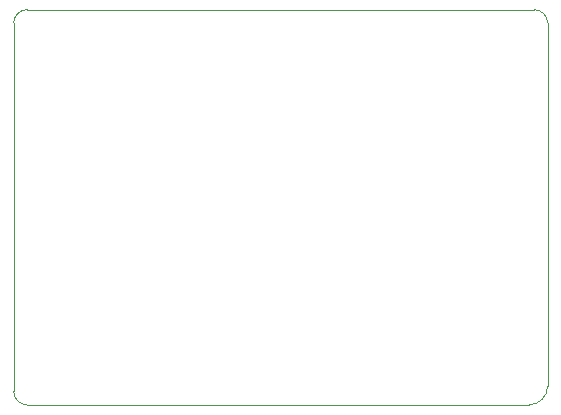
<source format=gbr>
%TF.GenerationSoftware,KiCad,Pcbnew,(5.1.6)-1*%
%TF.CreationDate,2020-08-27T20:14:34+02:00*%
%TF.ProjectId,ESP32_TFT_Board,45535033-325f-4544-9654-5f426f617264,rev?*%
%TF.SameCoordinates,Original*%
%TF.FileFunction,Profile,NP*%
%FSLAX46Y46*%
G04 Gerber Fmt 4.6, Leading zero omitted, Abs format (unit mm)*
G04 Created by KiCad (PCBNEW (5.1.6)-1) date 2020-08-27 20:14:34*
%MOMM*%
%LPD*%
G01*
G04 APERTURE LIST*
%TA.AperFunction,Profile*%
%ADD10C,0.050000*%
%TD*%
G04 APERTURE END LIST*
D10*
X131191000Y-57785000D02*
X88265000Y-57785000D01*
X87122000Y-58928000D02*
G75*
G02*
X88265000Y-57785000I1143000J0D01*
G01*
X131191000Y-57785000D02*
G75*
G02*
X132334000Y-58928000I0J-1143000D01*
G01*
X132334205Y-89662000D02*
G75*
G02*
X130733800Y-91236800I-1575005J0D01*
G01*
X88265000Y-91241891D02*
G75*
G02*
X87122000Y-90093800I0J1143011D01*
G01*
X87122000Y-90093800D02*
X87122000Y-58928000D01*
X130733800Y-91236800D02*
X88265000Y-91241891D01*
X132334000Y-61595000D02*
X132334000Y-89662000D01*
X132334000Y-58928000D02*
X132334000Y-59944000D01*
X132334000Y-59944000D02*
X132334000Y-61595000D01*
M02*

</source>
